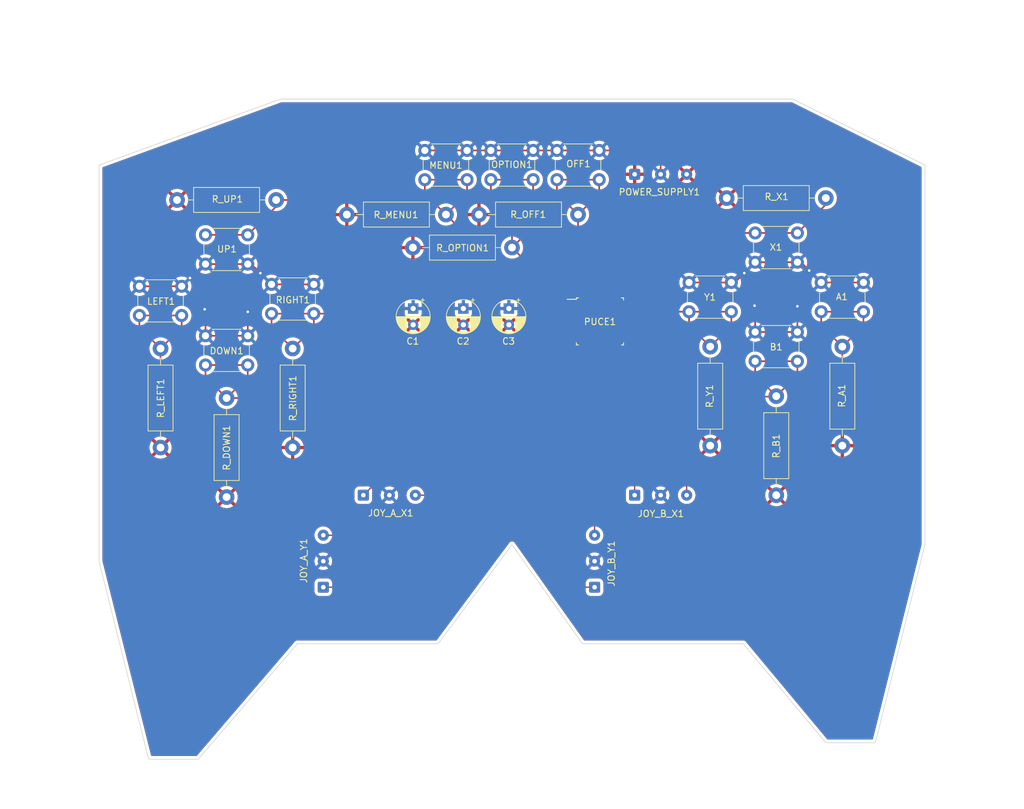
<source format=kicad_pcb>
(kicad_pcb (version 20211014) (generator pcbnew)
  (layers (0 "F.Cu" signal) (31 "B.Cu" signal) (34 "B.Paste" user) (35 "F.Paste" user) (36 "B.SilkS" user "B.Silkscreen") (37 "F.SilkS" user "F.Silkscreen") (38 "B.Mask" user) (39 "F.Mask" user) (44 "Edge.Cuts" user))
  (net 0 "")
  (net 1 "5V")
  (net 2 "A")
  (net 3 "B")
  (net 4 "GND")
  (net 5 "LEFT")
  (net 6 "JOY_A_X-")
  (net 7 "JOY_A_X+")
  (net 8 "JOY_A_Y+")
  (net 9 "JOY_A_Y-")
  (net 10 "JOY_B_X-")
  (net 11 "JOY_B_X+")
  (net 12 "JOY_B_Y+")
  (net 13 "JOY_B_Y-")
  (net 14 "DOWN")
  (net 15 "MENU")
  (net 16 "OFF")
  (net 17 "OPTION")
  (net 18 "X")
  (net 19 "Y")
  (net 20 "UP")
  (net 21 "RIGHT")
  (net 22 "22")
  (net 23 "19")
  (net 24 "8")
  (net 25 "7")
  (net 26 "2")
  (net 27 "1")
  (footprint "Resistor_THT:R_Axial_DIN0411_L9.9mm_D3.6mm_P15.24mm_Horizontal" (layer "F.Cu") (at 103.43 112.05 90)
    (fp_text reference "R_LEFT1" (at 7.58 0.03 90) (layer "F.SilkS"))
    (fp_text value "100k")
    (pad "1" thru_hole circle (at 0 0 90) (size 2.4 2.4) (drill 1.2) (layers *.Cu *.Mask) (net 4 "GND"))
    (pad "2" thru_hole oval (at 15.24 0 90) (size 2.4 2.4) (drill 1.2) (layers *.Cu *.Mask) (net 14 "DOWN"))
  )
  (footprint "Resistor_THT:R_Axial_DIN0411_L9.9mm_D3.6mm_P15.24mm_Horizontal" (layer "F.Cu") (at 208.28 96.52 -90)
    (fp_text reference "R_A1" (at 7.57 0.07 90) (layer "F.SilkS"))
    (fp_text value "100k")
    (pad "1" thru_hole circle (at 0 0 270) (size 2.4 2.4) (drill 1.2) (layers *.Cu *.Mask) (net 2 "A"))
    (pad "2" thru_hole oval (at 15.24 0 270) (size 2.4 2.4) (drill 1.2) (layers *.Cu *.Mask) (net 4 "GND"))
  )
  (footprint "Connector_Wire:SolderWire-0.15sqmm_1x03_P4mm_D0.5mm_OD1.5mm" (layer "F.Cu") (at 128.46 133.54 90)
    (fp_text reference "JOY_A_Y1" (at 4.07 -3.01 270) (layer "F.SilkS"))
    (fp_text value "Conn_01x03_Female" hide)
    (pad "1" thru_hole roundrect (at 0 0 90) (size 1.7 1.7) (drill 0.7) (layers *.Cu *.Mask) (roundrect_rratio 0.147059) (net 8 "JOY_A_Y+"))
    (pad "2" thru_hole circle (at 4 0 90) (size 1.7 1.7) (drill 0.7) (layers *.Cu *.Mask) (net 1 "5V"))
    (pad "3" thru_hole circle (at 8 0 90) (size 1.7 1.7) (drill 0.7) (layers *.Cu *.Mask) (net 9 "JOY_A_Y-"))
  )
  (footprint "Capacitor_THT:CP_Radial_D5.0mm_P2.50mm" (layer "F.Cu") (at 142.28 90.66 -90)
    (fp_text reference "C1" (at 5.03 0.05 180) (layer "F.SilkS"))
    (fp_text value "100p")
    (pad "1" thru_hole rect (at 0 0 270) (size 1.6 1.6) (drill 0.8) (layers *.Cu *.Mask) (net 1 "5V"))
    (pad "2" thru_hole circle (at 2.5 0 270) (size 1.6 1.6) (drill 0.8) (layers *.Cu *.Mask) (net 4 "GND"))
  )
  (footprint "Resistor_THT:R_Axial_DIN0411_L9.9mm_D3.6mm_P15.24mm_Horizontal" (layer "F.Cu") (at 187.96 111.76 90)
    (fp_text reference "R_Y1" (at 7.62 -0.09 90) (layer "F.SilkS"))
    (fp_text value "100k")
    (pad "1" thru_hole circle (at 0 0 90) (size 2.4 2.4) (drill 1.2) (layers *.Cu *.Mask) (net 4 "GND"))
    (pad "2" thru_hole oval (at 15.24 0 90) (size 2.4 2.4) (drill 1.2) (layers *.Cu *.Mask) (net 19 "Y"))
  )
  (footprint "Button_Switch_THT:SW_PUSH_6mm_H9.5mm" (layer "F.Cu") (at 116.84 83.82 180)
    (fp_text reference "UP1" (at 3.19 2.31) (layer "F.SilkS"))
    (fp_text value "SW_Push")
    (pad "1" thru_hole circle (at 0 0 270) (size 2 2) (drill 1.1) (layers *.Cu *.Mask) (net 1 "5V"))
    (pad "1" thru_hole circle (at 6.5 0 270) (size 2 2) (drill 1.1) (layers *.Cu *.Mask) (net 1 "5V"))
    (pad "2" thru_hole circle (at 6.5 4.5 270) (size 2 2) (drill 1.1) (layers *.Cu *.Mask) (net 20 "UP"))
    (pad "2" thru_hole circle (at 0 4.5 270) (size 2 2) (drill 1.1) (layers *.Cu *.Mask) (net 20 "UP"))
  )
  (footprint "Resistor_THT:R_Axial_DIN0411_L9.9mm_D3.6mm_P15.24mm_Horizontal" (layer "F.Cu") (at 190.5 73.66)
    (fp_text reference "R_X1" (at 7.68 -0.21) (layer "F.SilkS"))
    (fp_text value "100k")
    (pad "1" thru_hole circle (at 0 0) (size 2.4 2.4) (drill 1.2) (layers *.Cu *.Mask) (net 4 "GND"))
    (pad "2" thru_hole oval (at 15.24 0) (size 2.4 2.4) (drill 1.2) (layers *.Cu *.Mask) (net 18 "X"))
  )
  (footprint "Connector_Wire:SolderWire-0.15sqmm_1x03_P4mm_D0.5mm_OD1.5mm" (layer "F.Cu") (at 176.34 119.38)
    (fp_text reference "JOY_B_X1" (at 4.04 2.85) (layer "F.SilkS"))
    (fp_text value "Conn_01x03_Female")
    (pad "1" thru_hole roundrect (at 0 0) (size 1.7 1.7) (drill 0.7) (layers *.Cu *.Mask) (roundrect_rratio 0.147059) (net 10 "JOY_B_X-"))
    (pad "2" thru_hole circle (at 4 0) (size 1.7 1.7) (drill 0.7) (layers *.Cu *.Mask) (net 1 "5V"))
    (pad "3" thru_hole circle (at 8 0) (size 1.7 1.7) (drill 0.7) (layers *.Cu *.Mask) (net 11 "JOY_B_X+"))
  )
  (footprint "Resistor_THT:R_Axial_DIN0411_L9.9mm_D3.6mm_P15.24mm_Horizontal" (layer "F.Cu") (at 105.97 73.95)
    (fp_text reference "R_UP1" (at 7.74 -0.12) (layer "F.SilkS"))
    (fp_text value "100k")
    (pad "1" thru_hole circle (at 0 0) (size 2.4 2.4) (drill 1.2) (layers *.Cu *.Mask) (net 4 "GND"))
    (pad "2" thru_hole oval (at 15.24 0) (size 2.4 2.4) (drill 1.2) (layers *.Cu *.Mask) (net 20 "UP"))
  )
  (footprint "Resistor_THT:R_Axial_DIN0411_L9.9mm_D3.6mm_P15.24mm_Horizontal" (layer "F.Cu") (at 147.32 76.2 180)
    (fp_text reference "R_MENU1" (at 7.68 -0.04) (layer "F.SilkS"))
    (fp_text value "100k")
    (pad "1" thru_hole circle (at 0 0 180) (size 2.4 2.4) (drill 1.2) (layers *.Cu *.Mask) (net 15 "MENU"))
    (pad "2" thru_hole oval (at 15.24 0 180) (size 2.4 2.4) (drill 1.2) (layers *.Cu *.Mask) (net 4 "GND"))
  )
  (footprint "Resistor_THT:R_Axial_DIN0411_L9.9mm_D3.6mm_P15.24mm_Horizontal" (layer "F.Cu") (at 198.12 119.38 90)
    (fp_text reference "R_B1" (at 7.56 0 90) (layer "F.SilkS"))
    (fp_text value "100k")
    (pad "1" thru_hole circle (at 0 0 90) (size 2.4 2.4) (drill 1.2) (layers *.Cu *.Mask) (net 4 "GND"))
    (pad "2" thru_hole oval (at 15.24 0 90) (size 2.4 2.4) (drill 1.2) (layers *.Cu *.Mask) (net 3 "B"))
  )
  (footprint "Capacitor_THT:CP_Radial_D5.0mm_P2.50mm" (layer "F.Cu") (at 150 90.66 -90)
    (fp_text reference "C2" (at 5.03 0.05 180) (layer "F.SilkS"))
    (fp_text value "100n")
    (pad "1" thru_hole rect (at 0 0 270) (size 1.6 1.6) (drill 0.8) (layers *.Cu *.Mask) (net 1 "5V"))
    (pad "2" thru_hole circle (at 2.5 0 270) (size 1.6 1.6) (drill 0.8) (layers *.Cu *.Mask) (net 4 "GND"))
  )
  (footprint "Button_Switch_THT:SW_PUSH_6mm_H9.5mm" (layer "F.Cu") (at 106.68 91.73 180)
    (fp_text reference "LEFT1" (at 3.17 2.17) (layer "F.SilkS"))
    (fp_text value "SW_Push")
    (pad "1" thru_hole circle (at 0 0 270) (size 2 2) (drill 1.1) (layers *.Cu *.Mask) (net 14 "DOWN"))
    (pad "1" thru_hole circle (at 6.5 0 270) (size 2 2) (drill 1.1) (layers *.Cu *.Mask) (net 14 "DOWN"))
    (pad "2" thru_hole circle (at 6.5 4.5 270) (size 2 2) (drill 1.1) (layers *.Cu *.Mask) (net 1 "5V"))
    (pad "2" thru_hole circle (at 0 4.5 270) (size 2 2) (drill 1.1) (layers *.Cu *.Mask) (net 1 "5V"))
  )
  (footprint "Button_Switch_THT:SW_PUSH_6mm_H9.5mm" (layer "F.Cu") (at 144.07 66.33)
    (fp_text reference "MENU1" (at 3.24 2.29) (layer "F.SilkS"))
    (fp_text value "SW_Push")
    (pad "1" thru_hole circle (at 0 0 90) (size 2 2) (drill 1.1) (layers *.Cu *.Mask) (net 1 "5V"))
    (pad "1" thru_hole circle (at 6.5 0 90) (size 2 2) (drill 1.1) (layers *.Cu *.Mask) (net 1 "5V"))
    (pad "2" thru_hole circle (at 6.5 4.5 90) (size 2 2) (drill 1.1) (layers *.Cu *.Mask) (net 15 "MENU"))
    (pad "2" thru_hole circle (at 0 4.5 90) (size 2 2) (drill 1.1) (layers *.Cu *.Mask) (net 15 "MENU"))
  )
  (footprint "Button_Switch_THT:SW_PUSH_6mm_H9.5mm" (layer "F.Cu") (at 191.21 91.15 180)
    (fp_text reference "Y1" (at 3.28 2.24) (layer "F.SilkS"))
    (fp_text value "SW_Push")
    (pad "1" thru_hole circle (at 6.5 0 270) (size 2 2) (drill 1.1) (layers *.Cu *.Mask) (net 19 "Y"))
    (pad "1" thru_hole circle (at 0 0 270) (size 2 2) (drill 1.1) (layers *.Cu *.Mask) (net 19 "Y"))
    (pad "2" thru_hole circle (at 6.5 4.5 270) (size 2 2) (drill 1.1) (layers *.Cu *.Mask) (net 1 "5V"))
    (pad "2" thru_hole circle (at 0 4.5 270) (size 2 2) (drill 1.1) (layers *.Cu *.Mask) (net 1 "5V"))
  )
  (footprint "Resistor_THT:R_Axial_DIN0411_L9.9mm_D3.6mm_P15.24mm_Horizontal" (layer "F.Cu") (at 113.59 119.67 90)
    (fp_text reference "R_DOWN1" (at 7.58 0.01 270) (layer "F.SilkS"))
    (fp_text value "100k")
    (pad "1" thru_hole circle (at 0 0 90) (size 2.4 2.4) (drill 1.2) (layers *.Cu *.Mask) (net 4 "GND"))
    (pad "2" thru_hole oval (at 15.24 0 90) (size 2.4 2.4) (drill 1.2) (layers *.Cu *.Mask) (net 5 "LEFT"))
  )
  (footprint "Button_Switch_THT:SW_PUSH_6mm_H9.5mm" (layer "F.Cu") (at 164.39 66.33)
    (fp_text reference "OFF1" (at 3.31 2.07) (layer "F.SilkS"))
    (fp_text value "SW_Push")
    (pad "1" thru_hole circle (at 0 0 90) (size 2 2) (drill 1.1) (layers *.Cu *.Mask) (net 1 "5V"))
    (pad "1" thru_hole circle (at 6.5 0 90) (size 2 2) (drill 1.1) (layers *.Cu *.Mask) (net 1 "5V"))
    (pad "2" thru_hole circle (at 6.5 4.5 90) (size 2 2) (drill 1.1) (layers *.Cu *.Mask) (net 16 "OFF"))
    (pad "2" thru_hole circle (at 0 4.5 90) (size 2 2) (drill 1.1) (layers *.Cu *.Mask) (net 16 "OFF"))
  )
  (footprint "Resistor_THT:R_Axial_DIN0411_L9.9mm_D3.6mm_P15.24mm_Horizontal" (layer "F.Cu") (at 123.75 96.81 -90)
    (fp_text reference "R_RIGHT1" (at 7.66 -0.04 90) (layer "F.SilkS"))
    (fp_text value "100k")
    (pad "1" thru_hole circle (at 0 0 270) (size 2.4 2.4) (drill 1.2) (layers *.Cu *.Mask) (net 21 "RIGHT"))
    (pad "2" thru_hole oval (at 15.24 0 270) (size 2.4 2.4) (drill 1.2) (layers *.Cu *.Mask) (net 4 "GND"))
  )
  (footprint "Resistor_THT:R_Axial_DIN0411_L9.9mm_D3.6mm_P15.24mm_Horizontal" (layer "F.Cu") (at 167.64 76.2 180)
    (fp_text reference "R_OFF1" (at 7.67 0.01) (layer "F.SilkS"))
    (fp_text value "100k")
    (pad "1" thru_hole circle (at 0 0 180) (size 2.4 2.4) (drill 1.2) (layers *.Cu *.Mask) (net 16 "OFF"))
    (pad "2" thru_hole oval (at 15.24 0 180) (size 2.4 2.4) (drill 1.2) (layers *.Cu *.Mask) (net 4 "GND"))
  )
  (footprint "Button_Switch_THT:SW_PUSH_6mm_H9.5mm" (layer "F.Cu") (at 201.37 83.53 180)
    (fp_text reference "X1" (at 3.3 2.3) (layer "F.SilkS"))
    (fp_text value "SW_Push")
    (pad "1" thru_hole circle (at 0 0 270) (size 2 2) (drill 1.1) (layers *.Cu *.Mask) (net 1 "5V"))
    (pad "1" thru_hole circle (at 6.5 0 270) (size 2 2) (drill 1.1) (layers *.Cu *.Mask) (net 1 "5V"))
    (pad "2" thru_hole circle (at 0 4.5 270) (size 2 2) (drill 1.1) (layers *.Cu *.Mask) (net 18 "X"))
    (pad "2" thru_hole circle (at 6.5 4.5 270) (size 2 2) (drill 1.1) (layers *.Cu *.Mask) (net 18 "X"))
  )
  (footprint "Connector_Wire:SolderWire-0.15sqmm_1x03_P4mm_D0.5mm_OD1.5mm" (layer "F.Cu") (at 170.18 133.54 90)
    (fp_text reference "JOY_B_Y1" (at 3.63 2.58 270) (layer "F.SilkS"))
    (fp_text value "Conn_01x03_Female" hide)
    (pad "1" thru_hole roundrect (at 0 0 90) (size 1.7 1.7) (drill 0.7) (layers *.Cu *.Mask) (roundrect_rratio 0.147059) (net 12 "JOY_B_Y+"))
    (pad "2" thru_hole circle (at 4 0 90) (size 1.7 1.7) (drill 0.7) (layers *.Cu *.Mask) (net 1 "5V"))
    (pad "3" thru_hole circle (at 8 0 90) (size 1.7 1.7) (drill 0.7) (layers *.Cu *.Mask) (net 13 "JOY_B_Y-"))
  )
  (footprint "Capacitor_THT:CP_Radial_D5.0mm_P2.50mm" (layer "F.Cu") (at 157 90.66 -90)
    (fp_text reference "C3" (at 5.03 0.05 180) (layer "F.SilkS"))
    (fp_text value "10m")
    (pad "1" thru_hole rect (at 0 0 270) (size 1.6 1.6) (drill 0.8) (layers *.Cu *.Mask) (net 1 "5V"))
    (pad "2" thru_hole circle (at 2.5 0 270) (size 1.6 1.6) (drill 0.8) (layers *.Cu *.Mask) (net 4 "GND"))
  )
  (footprint "Resistor_THT:R_Axial_DIN0411_L9.9mm_D3.6mm_P15.24mm_Horizontal" (layer "F.Cu") (at 157.48 81.28 180)
    (fp_text reference "R_OPTION1" (at 7.59 -0.06) (layer "F.SilkS"))
    (fp_text value "100k")
    (pad "1" thru_hole circle (at 0 0 180) (size 2.4 2.4) (drill 1.2) (layers *.Cu *.Mask) (net 17 "OPTION"))
    (pad "2" thru_hole oval (at 15.24 0 180) (size 2.4 2.4) (drill 1.2) (layers *.Cu *.Mask) (net 4 "GND"))
  )
  (footprint "Button_Switch_THT:SW_PUSH_6mm_H9.5mm" (layer "F.Cu") (at 116.84 99.35 180)
    (fp_text reference "DOWN1" (at 3.24 2.17) (layer "F.SilkS"))
    (fp_text value "SW_Push")
    (pad "1" thru_hole circle (at 6.5 0 270) (size 2 2) (drill 1.1) (layers *.Cu *.Mask) (net 5 "LEFT"))
    (pad "1" thru_hole circle (at 0 0 270) (size 2 2) (drill 1.1) (layers *.Cu *.Mask) (net 5 "LEFT"))
    (pad "2" thru_hole circle (at 0 4.5 270) (size 2 2) (drill 1.1) (layers *.Cu *.Mask) (net 1 "5V"))
    (pad "2" thru_hole circle (at 6.5 4.5 270) (size 2 2) (drill 1.1) (layers *.Cu *.Mask) (net 1 "5V"))
  )
  (footprint "Package_QFP:TQFP-32_7x7mm_P0.8mm" (layer "F.Cu") (at 171.01 92.64)
    (fp_text reference "PUCE1" (at 0.01 0.05) (layer "F.SilkS"))
    (fp_text value "ATmega328P-A")
    (pad "1" smd rect (at -4.25 -2.8) (size 1.6 0.55) (layers "F.Cu" "F.Paste" "F.Mask") (net 27 "1"))
    (pad "2" smd rect (at -4.25 -2) (size 1.6 0.55) (layers "F.Cu" "F.Paste" "F.Mask") (net 26 "2"))
    (pad "3" smd rect (at -4.25 -1.2) (size 1.6 0.55) (layers "F.Cu" "F.Paste" "F.Mask") (net 4 "GND"))
    (pad "4" smd rect (at -4.25 -0.4) (size 1.6 0.55) (layers "F.Cu" "F.Paste" "F.Mask") (net 1 "5V"))
    (pad "5" smd rect (at -4.25 0.4) (size 1.6 0.55) (layers "F.Cu" "F.Paste" "F.Mask") (net 4 "GND"))
    (pad "6" smd rect (at -4.25 1.2) (size 1.6 0.55) (layers "F.Cu" "F.Paste" "F.Mask") (net 1 "5V"))
    (pad "7" smd rect (at -4.25 2) (size 1.6 0.55) (layers "F.Cu" "F.Paste" "F.Mask") (net 25 "7"))
    (pad "8" smd rect (at -4.25 2.8) (size 1.6 0.55) (layers "F.Cu" "F.Paste" "F.Mask") (net 24 "8"))
    (pad "9" smd rect (at -2.8 4.25 90) (size 1.6 0.55) (layers "F.Cu" "F.Paste" "F.Mask") (net 6 "JOY_A_X-"))
    (pad "10" smd rect (at -2 4.25 90) (size 1.6 0.55) (layers "F.Cu" "F.Paste" "F.Mask") (net 7 "JOY_A_X+"))
    (pad "11" smd rect (at -1.2 4.25 90) (size 1.6 0.55) (layers "F.Cu" "F.Paste" "F.Mask") (net 9 "JOY_A_Y-"))
    (pad "12" smd rect (at -0.4 4.25 90) (size 1.6 0.55) (layers "F.Cu" "F.Paste" "F.Mask") (net 8 "JOY_A_Y+"))
    (pad "13" smd rect (at 0.4 4.25 90) (size 1.6 0.55) (layers "F.Cu" "F.Paste" "F.Mask") (net 12 "JOY_B_Y+"))
    (pad "14" smd rect (at 1.2 4.25 90) (size 1.6 0.55) (layers "F.Cu" "F.Paste" "F.Mask") (net 13 "JOY_B_Y-"))
    (pad "15" smd rect (at 2 4.25 90) (size 1.6 0.55) (layers "F.Cu" "F.Paste" "F.Mask") (net 10 "JOY_B_X-"))
    (pad "16" smd rect (at 2.8 4.25 90) (size 1.6 0.55) (layers "F.Cu" "F.Paste" "F.Mask") (net 11 "JOY_B_X+"))
    (pad "17" smd rect (at 4.25 2.8) (size 1.6 0.55) (layers "F.Cu" "F.Paste" "F.Mask") (net 2 "A"))
    (pad "18" smd rect (at 4.25 2) (size 1.6 0.55) (layers "F.Cu" "F.Paste" "F.Mask") (net 1 "5V"))
    (pad "19" smd rect (at 4.25 1.2) (size 1.6 0.55) (layers "F.Cu" "F.Paste" "F.Mask") (net 23 "19"))
    (pad "20" smd rect (at 4.25 0.4) (size 1.6 0.55) (layers "F.Cu" "F.Paste" "F.Mask") (net 4 "GND"))
    (pad "21" smd rect (at 4.25 -0.4) (size 1.6 0.55) (layers "F.Cu" "F.Paste" "F.Mask") (net 4 "GND"))
    (pad "22" smd rect (at 4.25 -1.2) (size 1.6 0.55) (layers "F.Cu" "F.Paste" "F.Mask") (net 22 "22"))
    (pad "23" smd rect (at 4.25 -2) (size 1.6 0.55) (layers "F.Cu" "F.Paste" "F.Mask") (net 3 "B"))
    (pad "24" smd rect (at 4.25 -2.8) (size 1.6 0.55) (layers "F.Cu" "F.Paste" "F.Mask") (net 19 "Y"))
    (pad "25" smd rect (at 2.8 -4.25 90) (size 1.6 0.55) (layers "F.Cu" "F.Paste" "F.Mask") (net 18 "X"))
    (pad "26" smd rect (at 2 -4.25 90) (size 1.6 0.55) (layers "F.Cu" "F.Paste" "F.Mask") (net 16 "OFF"))
    (pad "27" smd rect (at 1.2 -4.25 90) (size 1.6 0.55) (layers "F.Cu" "F.Paste" "F.Mask") (net 17 "OPTION"))
    (pad "28" smd rect (at 0.4 -4.25 90) (size 1.6 0.55) (layers "F.Cu" "F.Paste" "F.Mask") (net 15 "MENU"))
    (pad "29" smd rect (at -0.4 -4.25 90) (size 1.6 0.55) (layers "F.Cu" "F.Paste" "F.Mask") (net 20 "UP"))
    (pad "30" smd rect (at -1.2 -4.25 90) (size 1.6 0.55) (layers "F.Cu" "F.Paste" "F.Mask") (net 21 "RIGHT"))
    (pad "31" smd rect (at -2 -4.25 90) (size 1.6 0.55) (layers "F.Cu" "F.Paste" "F.Mask") (net 5 "LEFT"))
    (pad "32" smd rect (at -2.8 -4.25 90) (size 1.6 0.55) (layers "F.Cu" "F.Paste" "F.Mask") (net 14 "DOWN"))
  )
  (footprint "Button_Switch_THT:SW_PUSH_6mm_H9.5mm" (layer "F.Cu") (at 154.23 66.33)
    (fp_text reference "OPTION1" (at 3.22 2.18) (layer "F.SilkS"))
    (fp_text value "SW_Push")
    (pad "1" thru_hole circle (at 6.5 0 90) (size 2 2) (drill 1.1) (layers *.Cu *.Mask) (net 1 "5V"))
    (pad "1" thru_hole circle (at 0 0 90) (size 2 2) (drill 1.1) (layers *.Cu *.Mask) (net 1 "5V"))
    (pad "2" thru_hole circle (at 6.5 4.5 90) (size 2 2) (drill 1.1) (layers *.Cu *.Mask) (net 17 "OPTION"))
    (pad "2" thru_hole circle (at 0 4.5 90) (size 2 2) (drill 1.1) (layers *.Cu *.Mask) (net 17 "OPTION"))
  )
  (footprint "Button_Switch_THT:SW_PUSH_6mm_H9.5mm" (layer "F.Cu") (at 201.37 98.77 180)
    (fp_text reference "B1" (at 3.25 2.19) (layer "F.SilkS"))
    (fp_text value "SW_Push")
    (pad "1" thru_hole circle (at 0 0 270) (size 2 2) (drill 1.1) (layers *.Cu *.Mask) (net 3 "B"))
    (pad "1" thru_hole circle (at 6.5 0 270) (size 2 2) (drill 1.1) (layers *.Cu *.Mask) (net 3 "B"))
    (pad "2" thru_hole circle (at 0 4.5 270) (size 2 2) (drill 1.1) (layers *.Cu *.Mask) (net 1 "5V"))
    (pad "2" thru_hole circle (at 6.5 4.5 270) (size 2 2) (drill 1.1) (layers *.Cu *.Mask) (net 1 "5V"))
  )
  (footprint "Connector_Wire:SolderWire-0.15sqmm_1x03_P4mm_D0.5mm_OD1.5mm" (layer "F.Cu") (at 134.62 119.38)
    (fp_text reference "JOY_A_X1" (at 4.21 2.75) (layer "F.SilkS"))
    (fp_text value "Conn_01x03_Female" hide)
    (pad "1" thru_hole roundrect (at 0 0) (size 1.7 1.7) (drill 0.7) (layers *.Cu *.Mask) (roundrect_rratio 0.147059) (net 6 "JOY_A_X-"))
    (pad "2" thru_hole circle (at 4 0) (size 1.7 1.7) (drill 0.7) (layers *.Cu *.Mask) (net 1 "5V"))
    (pad "3" thru_hole circle (at 8 0) (size 1.7 1.7) (drill 0.7) (layers *.Cu *.Mask) (net 7 "JOY_A_X+"))
  )
  (footprint "Connector_Wire:SolderWire-0.15sqmm_1x03_P4mm_D0.5mm_OD1.5mm" (layer "F.Cu") (at 176.34 70)
    (fp_text reference "POWER_SUPPLY1" (at 3.81 2.73) (layer "F.SilkS"))
    (fp_text value "Conn_01x03_Female")
    (pad "1" thru_hole roundrect (at 0 0) (size 1.7 1.7) (drill 0.7) (layers *.Cu *.Mask) (roundrect_rratio 0.147059) (net 4 "GND"))
    (pad "2" thru_hole circle (at 4 0) (size 1.7 1.7) (drill 0.7) (layers *.Cu *.Mask) (net 1 "5V"))
    (pad "3" thru_hole circle (at 8 0) (size 1.7 1.7) (drill 0.7) (layers *.Cu *.Mask) (net 4 "GND"))
  )
  (footprint "Button_Switch_THT:SW_PUSH_6mm_H9.5mm" (layer "F.Cu") (at 120.5 86.94)
    (fp_text reference "RIGHT1" (at 3.29 2.4) (layer "F.SilkS"))
    (fp_text value "SW_Push")
    (pad "1" thru_hole circle (at 0 0 90) (size 2 2) (drill 1.1) (layers *.Cu *.Mask) (net 1 "5V"))
    (pad "1" thru_hole circle (at 6.5 0 90) (size 2 2) (drill 1.1) (layers *.Cu *.Mask) (net 1 "5V"))
    (pad "2" thru_hole circle (at 0 4.5 90) (size 2 2) (drill 1.1) (layers *.Cu *.Mask) (net 21 "RIGHT"))
    (pad "2" thru_hole circle (at 6.5 4.5 90) (size 2 2) (drill 1.1) (layers *.Cu *.Mask) (net 21 "RIGHT"))
  )
  (footprint "Button_Switch_THT:SW_PUSH_6mm_H9.5mm" (layer "F.Cu") (at 205.03 86.65)
    (fp_text reference "A1" (at 3.18 2.2) (layer "F.SilkS"))
    (fp_text value "SW_Push")
    (pad "1" thru_hole circle (at 6.5 0 90) (size 2 2) (drill 1.1) (layers *.Cu *.Mask) (net 1 "5V"))
    (pad "1" thru_hole circle (at 0 0 90) (size 2 2) (drill 1.1) (layers *.Cu *.Mask) (net 1 "5V"))
    (pad "2" thru_hole circle (at 6.5 4.5 90) (size 2 2) (drill 1.1) (layers *.Cu *.Mask) (net 2 "A"))
    (pad "2" thru_hole circle (at 0 4.5 90) (size 2 2) (drill 1.1) (layers *.Cu *.Mask) (net 2 "A"))
  )
  (gr_poly (pts (xy 220.98 68.58) (xy 220.98 127) (xy 213.36 157.48) (xy 205.74 157.48) (xy 193.04 142.24) (xy 168.30738 142.24) (xy 157.48 127) (xy 146.124705 142.24) (xy 124.46 142.24) (xy 109.22 160.02) (xy 101.6 160.02) (xy 93.98 129.54) (xy 93.98 68.58) (xy 121.92 58.42) (xy 200.66 58.42)) (layer "Edge.Cuts") (width 0.1) (fill none))
  (segment (start 118.78 85.22) (end 117.38 83.82) (width 0.25) (layer "F.Cu") (net 1))
  (segment (start 106.68 87.23) (end 100.18 87.23) (width 0.25) (layer "F.Cu") (net 1))
  (segment (start 194.87 83.53) (end 193.2 85.2) (width 0.25) (layer "F.Cu") (net 1))
  (segment (start 110.34 90.89) (end 110.225 90.775) (width 0.25) (layer "F.Cu") (net 1))
  (segment (start 157 90.66) (end 157.03 90.69) (width 0.25) (layer "F.Cu") (net 1))
  (segment (start 171.08 93.84) (end 166.76 93.84) (width 0.25) (layer "F.Cu") (net 1))
  (segment (start 194.78 90.22) (end 194.87 90.31) (width 0.25) (layer "F.Cu") (net 1))
  (segment (start 157.03 90.69) (end 160.85 90.69) (width 0.25) (layer "F.Cu") (net 1))
  (segment (start 116.84 83.82) (end 110.34 83.82) (width 0.25) (layer "F.Cu") (net 1))
  (segment (start 160.73 66.33) (end 164.39 66.33) (width 0.25) (layer "F.Cu") (net 1))
  (segment (start 193.2 85.2) (end 191.75 86.65) (width 0.25) (layer "F.Cu") (net 1))
  (segment (start 166.76 93.84) (end 164 93.84) (width 0.25) (layer "F.Cu") (net 1))
  (segment (start 201.37 94.27) (end 194.87 94.27) (width 0.25) (layer "F.Cu") (net 1))
  (segment (start 116.84 94.85) (end 110.34 94.85) (width 0.25) (layer "F.Cu") (net 1))
  (segment (start 205.03 86.65) (end 203.19 84.81) (width 0.25) (layer "F.Cu") (net 1))
  (segment (start 201.37 94.27) (end 201.37 90.31) (width 0.25) (layer "F.Cu") (net 1))
  (segment (start 144.07 66.33) (end 150.57 66.33) (width 0.25) (layer "F.Cu") (net 1))
  (segment (start 116.84 94.85) (end 116.84 91.16) (width 0.25) (layer "F.Cu") (net 1))
  (segment (start 203.19 84.81) (end 201.91 83.53) (width 0.25) (layer "F.Cu") (net 1))
  (segment (start 178.67 66.33) (end 180.34 68) (width 0.25) (layer "F.Cu") (net 1))
  (segment (start 110.34 94.85) (end 110.34 90.89) (width 0.25) (layer "F.Cu") (net 1))
  (segment (start 150.57 66.33) (end 154.23 66.33) (width 0.25) (layer "F.Cu") (net 1))
  (segment (start 154.23 66.33) (end 160.73 66.33) (width 0.25) (layer "F.Cu") (net 1))
  (segment (start 106.68 87.23) (end 107.955 85.955) (width 0.25) (layer "F.Cu") (net 1))
  (segment (start 201.37 90.31) (end 205.03 86.65) (width 0.25) (layer "F.Cu") (net 1))
  (segment (start 201.37 83.53) (end 194.87 83.53) (width 0.25) (layer "F.Cu") (net 1))
  (segment (start 164.39 66.33) (end 170.89 66.33) (width 0.25) (layer "F.Cu") (net 1))
  (segment (start 164 93.84) (end 162.4 92.24) (width 0.25) (layer "F.Cu") (net 1))
  (segment (start 191.21 86.65) (end 184.71 86.65) (width 0.25) (layer "F.Cu") (net 1))
  (segment (start 170.89 66.33) (end 178.67 66.33) (width 0.25) (layer "F.Cu") (net 1))
  (segment (start 191.21 86.65) (end 194.78 90.22) (width 0.25) (layer "F.Cu") (net 1))
  (segment (start 171.88 94.64) (end 171.08 93.84) (width 0.25) (layer "F.Cu") (net 1))
  (segment (start 211.53 86.65) (end 205.03 86.65) (width 0.25) (layer "F.Cu") (net 1))
  (segment (start 110.09 83.82) (end 110.34 83.82) (width 0.25) (layer "F.Cu") (net 1))
  (segment (start 117.38 83.82) (end 116.84 83.82) (width 0.25) (layer "F.Cu") (net 1))
  (segment (start 157 90.66) (end 150 90.66) (width 0.25) (layer "F.Cu") (net 1))
  (segment (start 160.85 90.69) (end 162.4 92.24) (width 0.25) (layer "F.Cu") (net 1))
  (segment (start 180.34 68) (end 180.34 70) (width 0.25) (layer "F.Cu") (net 1))
  (segment (start 191.75 86.65) (end 191.21 86.65) (width 0.25) (layer "F.Cu") (net 1))
  (segment (start 110.225 90.775) (end 106.68 87.23) (width 0.25) (layer "F.Cu") (net 1))
  (segment (start 119.96 86.94) (end 120.5 86.94) (width 0.25) (layer "F.Cu") (net 1))
  (segment (start 107.955 85.955) (end 110.09 83.82) (width 0.25) (layer "F.Cu") (net 1))
  (segment (start 120.5 86.94) (end 118.78 85.22) (width 0.25) (layer "F.Cu") (net 1))
  (segment (start 201.91 83.53) (end 201.37 83.53) (width 0.25) (layer "F.Cu") (net 1))
  (segment (start 142.28 90.66) (end 150 90.66) (width 0.25) (layer "F.Cu") (net 1))
  (segment (start 116.84 90.6) (end 120.5 86.94) (width 0.25) (layer "F.Cu") (net 1))
  (segment (start 166.76 92.24) (end 162.4 92.24) (width 0.25) (layer "F.Cu") (net 1))
  (segment (start 175.26 94.64) (end 171.88 94.64) (width 0.25) (layer "F.Cu") (net 1))
  (segment (start 120.5 86.94) (end 127 86.94) (width 0.25) (layer "F.Cu") (net 1))
  (segment (start 116.84 91.16) (end 116.84 90.6) (width 0.25) (layer "F.Cu") (net 1))
  (segment (start 194.87 90.31) (end 194.87 94.27) (width 0.25) (layer "F.Cu") (net 1))
  (via (at 107.955 85.955) (size 0.8) (drill 0.4) (layers "F.Cu" "B.Cu") (net 1))
  (via (at 194.78 90.22) (size 0.8) (drill 0.4) (layers "F.Cu" "B.Cu") (net 1))
  (via (at 110.225 90.775) (size 0.8) (drill 0.4) (layers "F.Cu" "B.Cu") (net 1))
  (via (at 201.37 90.31) (size 0.8) (drill 0.4) (layers "F.Cu" "B.Cu") (net 1))
  (via (at 203.19 84.81) (size 0.8) (drill 0.4) (layers "F.Cu" "B.Cu") (net 1))
  (via (at 116.84 91.16) (size 0.8) (drill 0.4) (layers "F.Cu" "B.Cu") (net 1))
  (via (at 118.78 85.22) (size 0.8) (drill 0.4) (layers "F.Cu" "B.Cu") (net 1))
  (via (at 193.2 85.2) (size 0.8) (drill 0.4) (layers "F.Cu" "B.Cu") (net 1))
  (segment (start 211.53 93.27) (end 208.28 96.52) (width 0.25) (layer "F.Cu") (net 2))
  (segment (start 192.64 106.58) (end 181.5 95.44) (width 0.25) (layer "F.Cu") (net 2))
  (segment (start 200.24 106.58) (end 192.64 106.58) (width 0.25) (layer "F.Cu") (net 2))
  (segment (start 205.03 93.27) (end 208.28 96.52) (width 0.25) (layer "F.Cu") (net 2))
  (segment (start 211.53 91.15) (end 205.03 91.15) (width 0.25) (layer "F.Cu") (net 2))
  (segment (start 181.5 95.44) (end 175.26 95.44) (width 0.25) (layer "F.Cu") (net 2))
  (segment (start 208.28 96.52) (end 208.28 98.54) (width 0.25) (layer "F.Cu") (net 2))
  (segment (start 211.53 91.15) (end 211.53 93.27) (width 0.25) (layer "F.Cu") (net 2))
  (segment (start 208.28 98.54) (end 200.24 106.58) (width 0.25) (layer "F.Cu") (net 2))
  (segment (start 205.03 91.15) (end 205.03 93.27) (width 0.25) (layer "F.Cu") (net 2))
  (segment (start 194.87 98.77) (end 194.87 100.89) (width 0.25) (layer "F.Cu") (net 3))
  (segment (start 198.12 104.14) (end 198.05 104.21) (width 0.25) (layer "F.Cu") (net 3))
  (segment (start 201.37 98.77) (end 194.87 98.77) (width 0.25) (layer "F.Cu") (net 3))
  (segment (start 194.87 100.89) (end 198.12 104.14) (width 0.25) (layer "F.Cu") (net 3))
  (segment (start 191.91 104.21) (end 178.34 90.64) (width 0.25) (layer "F.Cu") (net 3))
  (segment (start 178.34 90.64) (end 175.26 90.64) (width 0.25) (layer "F.Cu") (net 3))
  (segment (start 201.37 100.89) (end 198.12 104.14) (width 0.25) (layer "F.Cu") (net 3))
  (segment (start 201.37 98.77) (end 201.37 100.89) (width 0.25) (layer "F.Cu") (net 3))
  (segment (start 198.05 104.21) (end 191.91 104.21) (width 0.25) (layer "F.Cu") (net 3))
  (segment (start 169.01 87.34) (end 168.75 87.08) (width 0.25) (layer "F.Cu") (net 5))
  (segment (start 110.34 99.35) (end 110.34 101.18) (width 0.25) (layer "F.Cu") (net 5))
  (segment (start 119.22 104.43) (end 113.59 104.43) (width 0.25) (layer "F.Cu") (net 5))
  (segment (start 134.99 87.08) (end 126.28 95.79) (width 0.25) (layer "F.Cu") (net 5))
  (segment (start 126.28 97.37) (end 119.22 104.43) (width 0.25) (layer "F.Cu") (net 5))
  (segment (start 110.34 99.35) (end 116.84 99.35) (width 0.25) (layer "F.Cu") (net 5))
  (segment (start 110.34 101.18) (end 113.59 104.43) (width 0.25) (layer "F.Cu") (net 5))
  (segment (start 116.84 99.35) (end 116.84 101.18) (width 0.25) (layer "F.Cu") (net 5))
  (segment (start 168.75 87.08) (end 134.99 87.08) (width 0.25) (layer "F.Cu") (net 5))
  (segment (start 116.84 101.18) (end 113.59 104.43) (width 0.25) (layer "F.Cu") (net 5))
  (segment (start 126.28 95.79) (end 126.28 97.37) (width 0.25) (layer "F.Cu") (net 5))
  (segment (start 169.01 88.39) (end 169.01 87.34) (width 0.25) (layer "F.Cu") (net 5))
  (segment (start 153 103.18) (end 155.88 100.3) (width 0.2) (layer "F.Cu") (net 6))
  (segment (start 153 112) (end 153 103.18) (width 0.2) (layer "F.Cu") (net 6))
  (segment (start 138 116) (end 149 116) (width 0.2) (layer "F.Cu") (net 6))
  (segment (start 134.62 119.38) (end 138 116) (width 0.2) (layer "F.Cu") (net 6))
  (segment (start 168.21 98.81) (end 168.21 96.89) (width 0.2) (layer "F.Cu") (net 6))
  (segment (start 149 116) (end 153 112) (width 0.2) (layer "F.Cu") (net 6))
  (segment (start 155.88 100.3) (end 166.72 100.3) (width 0.2) (layer "F.Cu") (net 6))
  (segment (start 166.72 100.3) (end 168.21 98.81) (width 0.2) (layer "F.Cu") (net 6))
  (segment (start 166.94 101.18) (end 156.23 101.18) (width 0.2) (layer "F.Cu") (net 7))
  (segment (start 156.23 101.18) (end 154 103.41) (width 0.2) (layer "F.Cu") (net 7))
  (segment (start 154 103.41) (end 154 113) (width 0.2) (layer "F.Cu") (net 7))
  (segment (start 147.62 119.38) (end 142.62 119.38) (width 0.2) (layer "F.Cu") (net 7))
  (segment (start 154 113) (end 147.62 119.38) (width 0.2) (layer "F.Cu") (net 7))
  (segment (start 169.01 96.89) (end 169.01 99.11) (width 0.2) (layer "F.Cu") (net 7))
  (segment (start 169.01 99.11) (end 166.94 101.18) (width 0.2) (layer "F.Cu") (net 7))
  (segment (start 156 104.04) (end 156 104.02) (width 0.2) (layer "F.Cu") (net 8))
  (segment (start 170.61 96.89) (end 170.61 99.95) (width 0.2) (layer "F.Cu") (net 8))
  (segment (start 167.61 102.95) (end 157.03 102.95) (width 0.2) (layer "F.Cu") (net 8))
  (segment (start 156 103.98) (end 156 104.04) (width 0.2) (layer "F.Cu") (net 8))
  (segment (start 170.61 99.95) (end 167.61 102.95) (width 0.2) (layer "F.Cu") (net 8))
  (segment (start 157.03 102.95) (end 156 103.98) (width 0.2) (layer "F.Cu") (net 8))
  (segment (start 137.46 133.54) (end 156 115) (width 0.2) (layer "F.Cu") (net 8))
  (segment (start 156 115) (end 156 104.04) (width 0.2) (layer "F.Cu") (net 8))
  (segment (start 128.46 133.54) (end 137.46 133.54) (width 0.2) (layer "F.Cu") (net 8))
  (segment (start 155 114) (end 155 103.66) (width 0.2) (layer "F.Cu") (net 9))
  (segment (start 169.81 99.54) (end 169.81 96.89) (width 0.2) (layer "F.Cu") (net 9))
  (segment (start 155 103.66) (end 156.64 102.02) (width 0.2) (layer "F.Cu") (net 9))
  (segment (start 156.64 102.02) (end 167.33 102.02) (width 0.2) (layer "F.Cu") (net 9))
  (segment (start 167.33 102.02) (end 169.81 99.54) (width 0.2) (layer "F.Cu") (net 9))
  (segment (start 128.46 125.54) (end 143.46 125.54) (width 0.2) (layer "F.Cu") (net 9))
  (segment (start 143.46 125.54) (end 155 114) (width 0.2) (layer "F.Cu") (net 9))
  (segment (start 176.34 119.38) (end 176.34 115.66) (width 0.2) (layer "F.Cu") (net 10))
  (segment (start 176.34 115.66) (end 173.01 112.33) (width 0.2) (layer "F.Cu") (net 10))
  (segment (start 173.01 112.33) (end 173.01 96.89) (width 0.2) (layer "F.Cu") (net 10))
  (segment (start 184.34 116.34) (end 182 114) (width 0.2) (layer "F.Cu") (net 11))
  (segment (start 182 114) (end 175.8 114) (width 0.2) (layer "F.Cu") (net 11))
  (segment (start 173.81 112.01) (end 173.81 96.89) (width 0.2) (layer "F.Cu") (net 11))
  (segment (start 175.8 114) (end 173.81 112.01) (width 0.2) (layer "F.Cu") (net 11))
  (segment (start 184.34 119.38) (end 184.34 116.34) (width 0.2) (layer "F.Cu") (net 11))
  (segment (start 169 122) (end 169 114.62) (width 0.2) (layer "F.Cu") (net 12))
  (segment (start 169 114.62) (end 171.41 112.21) (width 0.2) (layer "F.Cu") (net 12))
  (segment (start 171.41 112.21) (end 171.41 96.89) (width 0.2) (layer "F.Cu") (net 12))
  (segment (start 168.54 133.54) (end 167 132) (width 0.2) (layer "F.Cu") (net 12))
  (segment (start 167 132) (end 167 124) (width 0.2) (layer "F.Cu") (net 12))
  (segment (start 167 124) (end 169 122) (width 0.2) (layer "F.Cu") (net 12))
  (segment (start 170.18 133.54) (end 168.54 133.54) (width 0.2) (layer "F.Cu") (net 12))
  (segment (start 170.18 125.54) (end 170.18 114.41) (width 0.2) (layer "F.Cu") (net 13))
  (segment (start 170.18 114.41) (end 172.21 112.38) (width 0.2) (layer "F.Cu") (net 13))
  (segment (start 172.21 112.38) (end 172.21 96.89) (width 0.2) (layer "F.Cu") (net 13))
  (segment (start 127.35 97.84) (end 117.89 107.3) (width 0.25) (layer "F.Cu") (net 14))
  (segment (start 106.68 93.56) (end 103.43 96.81) (width 0.25) (layer "F.Cu") (net 14))
  (segment (start 138.37 88.1) (end 138.67 88.1) (width 0.25) (layer "F.Cu") (net 14))
  (segment (start 106.68 91.73) (end 106.68 93.56) (width 0.25) (layer "F.Cu") (net 14))
  (segment (start 168.05 88.39) (end 168.21 88.39) (width 0.25) (layer "F.Cu") (net 14))
  (segment (start 100.18 91.73) (end 106.68 91.73) (width 0.25) (layer "F.Cu") (net 14))
  (segment (start 117.89 107.3) (end 104.3 107.3) (width 0.25) (layer "F.Cu") (net 14))
  (segment (start 138.37 88.1) (end 167.76 88.1) (width 0.25) (layer "F.Cu") (net 14))
  (segment (start 138.37 88.1) (end 135.57 88.1) (width 0.25) (layer "F.Cu") (net 14))
  (segment (start 100.18 91.73) (end 100.18 93.56) (width 0.25) (layer "F.Cu") (net 14))
  (segment (start 100.18 93.56) (end 103.43 96.81) (width 0.25) (layer "F.Cu") (net 14))
  (segment (start 167.76 88.1) (end 168.05 88.39) (width 0.25) (layer "F.Cu") (net 14))
  (segment (start 127.35 96.32) (end 127.35 97.84) (width 0.25) (layer "F.Cu") (net 14))
  (segment (start 104.3 107.3) (end 103.43 106.43) (width 0.25) (layer "F.Cu") (net 14))
  (segment (start 135.57 88.1) (end 127.35 96.32) (width 0.25) (layer "F.Cu") (net 14))
  (segment (start 103.43 106.43) (end 103.43 96.81) (width 0.25) (layer "F.Cu") (net 14))
  (segment (start 144.07 70.83) (end 144.07 72.95) (width 0.25) (layer "F.Cu") (net 15))
  (segment (start 171.41 88.39) (end 171.41 85.52) (width 0.25) (layer "F.Cu") (net 15))
  (segment (start 150.57 70.83) (end 150.57 72.95) (width 0.25) (layer "F.Cu") (net 15))
  (segment (start 155.12 84) (end 147.32 76.2) (width 0.25) (layer "F.Cu") (net 15))
  (segment (start 169.89 84) (end 155.12 84) (width 0.25) (layer "F.Cu") (net 15))
  (segment (start 171.41 85.52) (end 169.89 84) (width 0.25) (layer "F.Cu") (net 15))
  (segment (start 144.07 72.95) (end 147.32 76.2) (width 0.25) (layer "F.Cu") (net 15))
  (segment (start 150.57 72.95) (end 147.32 76.2) (width 0.25) (layer "F.Cu") (net 15))
  (segment (start 144.07 70.83) (end 150.57 70.83) (width 0.25) (layer "F.Cu") (net 15))
  (segment (start 170.89 72.95) (end 167.64 76.2) (width 0.25) (layer "F.Cu") (net 16))
  (segment (start 164.39 70.83) (end 170.89 70.83) (width 0.25) (layer "F.Cu") (net 16))
  (segment (start 173.01 84.77) (end 173.01 88.39) (width 0.25) (layer "F.Cu") (net 16))
  (segment (start 170.89 70.83) (end 170.89 72.95) (width 0.25) (layer "F.Cu") (net 16))
  (segment (start 167.64 79.4) (end 173.01 84.77) (width 0.25) (layer "F.Cu") (net 16))
  (segment (start 164.39 72.95) (end 167.64 76.2) (width 0.25) (layer "F.Cu") (net 16))
  (segment (start 164.39 70.83) (end 164.39 72.95) (width 0.25) (layer "F.Cu") (net 16))
  (segment (start 167.64 76.2) (end 167.64 79.4) (width 0.25) (layer "F.Cu") (net 16))
  (segment (start 172.21 85.21) (end 172.21 88.39) (width 0.25) (layer "F.Cu") (net 17))
  (segment (start 169.98 82.98) (end 172.21 85.21) (width 0.25) (layer "F.Cu") (net 17))
  (segment (start 157.48 76.48) (end 157.48 81.28) (width 0.25) (layer "F.Cu") (net 17))
  (segment (start 154.23 70.83) (end 160.73 70.83) (width 0.25) (layer "F.Cu") (net 17))
  (segment (start 159.19 82.99) (end 167.01 82.99) (width 0.25) (layer "F.Cu") (net 17))
  (segment (start 167.02 82.98) (end 169.98 82.98) (width 0.25) (layer "F.Cu") (net 17))
  (segment (start 157.48 81.28) (end 159.19 82.99) (width 0.25) (layer "F.Cu") (net 17))
  (segment (start 160.73 70.83) (end 160.73 78.03) (width 0.25) (layer "F.Cu") (net 17))
  (segment (start 167.01 82.99) (end 167.02 82.98) (width 0.25) (layer "F.Cu") (net 17))
  (segment (start 154.23 73.23) (end 157.48 76.48) (width 0.25) (layer "F.Cu") (net 17))
  (segment (start 160.73 78.03) (end 157.48 81.28) (width 0.25) (layer "F.Cu") (net 17))
  (segment (start 154.23 70.83) (end 154.23 73.23) (width 0.25) (layer "F.Cu") (net 17))
  (segment (start 173.81 80.08) (end 173.81 88.39) (width 0.25) (layer "F.Cu") (net 18))
  (segment (start 194.87 79.03) (end 201.37 79.03) (width 0.25) (layer "F.Cu") (net 18))
  (segment (start 194.87 79.03) (end 174.86 79.03) (width 0.25) (layer "F.Cu") (net 18))
  (segment (start 201.37 79.03) (end 205.74 74.66) (width 0.25) (layer "F.Cu") (net 18))
  (segment (start 174.86 79.03) (end 173.81 80.08) (width 0.25) (layer "F.Cu") (net 18))
  (segment (start 205.74 74.66) (end 205.74 73.66) (width 0.25) (layer "F.Cu") (net 18))
  (segment (start 180.65 91.15) (end 184.71 91.15) (width 0.25) (layer "F.Cu") (net 19))
  (segment (start 184.71 91.15) (end 191.21 91.15) (width 0.25) (layer "F.Cu") (net 19))
  (segment (start 184.71 93.27) (end 187.96 96.52) (width 0.25) (layer "F.Cu") (net 19))
  (segment (start 175.26 89.84) (end 179.24 89.84) (width 0.25) (layer "F.Cu") (net 19))
  (segment (start 179.24 89.84) (end 180.6 91.2) (width 0.25) (layer "F.Cu") (net 19))
  (segment (start 191.21 91.15) (end 191.21 93.27) (width 0.25) (layer "F.Cu") (net 19))
  (segment (start 180.6 91.2) (end 180.65 91.15) (width 0.25) (layer "F.Cu") (net 19))
  (segment (start 191.21 93.27) (end 187.96 96.52) (width 0.25) (layer "F.Cu") (net 19))
  (segment (start 184.71 91.15) (end 184.71 93.27) (width 0.25) (layer "F.Cu") (net 19))
  (segment (start 170.61 85.86) (end 170.61 88.39) (width 0.25) (layer "F.Cu") (net 20))
  (segment (start 121.21 73.95) (end 126.95 73.95) (width 0.25) (layer "F.Cu") (net 20))
  (segment (start 116.84 79.32) (end 121.21 74.95) (width 0.25) (layer "F.Cu") (net 20))
  (segment (start 116.84 79.32) (end 110.34 79.32) (width 0.25) (layer "F.Cu") (net 20))
  (segment (start 169.71 84.96) (end 170.61 85.86) (width 0.25) (layer "F.Cu") (net 20))
  (segment (start 129 76) (end 129 83.13) (width 0.25) (layer "F.Cu") (net 20))
  (segment (start 129 83.13) (end 130.83 84.96) (width 0.25) (layer "F.Cu") (net 20))
  (segment (start 121.21 74.95) (end 121.21 73.95) (width 0.25) (layer "F.Cu") (net 20))
  (segment (start 126.95 73.95) (end 129 76) (width 0.25) (layer "F.Cu") (net 20))
  (segment (start 130.83 84.96) (end 169.71 84.96) (width 0.25) (layer "F.Cu") (net 20))
  (segment (start 134.16 86.03) (end 128.75 91.44) (width 0.25) (layer "F.Cu") (net 21))
  (segment (start 127 91.44) (end 127 93.56) (width 0.25) (layer "F.Cu") (net 21))
  (segment (start 128.75 91.44) (end 127 91.44) (width 0.25) (layer "F.Cu") (net 21))
  (segment (start 120.5 91.44) (end 120.5 93.56) (width 0.25) (layer "F.Cu") (net 21))
  (segment (start 127 93.56) (end 123.75 96.81) (width 0.25) (layer "F.Cu") (net 21))
  (segment (start 169.06 86.03) (end 134.16 86.03) (width 0.25) (layer "F.Cu") (net 21))
  (segment (start 169.81 86.78) (end 169.06 86.03) (width 0.25) (layer "F.Cu") (net 21))
  (segment (start 120.5 93.56) (end 123.75 96.81) (width 0.25) (layer "F.Cu") (net 21))
  (segment (start 169.81 88.39) (end 169.81 86.78) (width 0.25) (layer "F.Cu") (net 21))
  (segment (start 120.5 91.44) (end 127 91.44) (width 0.25) (layer "F.Cu") (net 21))
  (zone (net 1) (net_name "5V") (layer "F.Cu") (name "5V upper") (connect_pads (clearance 0.508)) (min_thickness 0.254) (fill yes (thermal_gap 0.508) (thermal_bridge_width 0.508))
    (polygon (pts (xy 120.51 86.92) (xy 116.86 90.67) (xy 116.67 94.84) (xy 110.4 94.86) (xy 110.26 90.87) (xy 106.75 87.21) (xy 110.28 83.75) (xy 117.01 83.83)))
  )
  (zone (net 4) (net_name "GND") (layer "F.Cu") (connect_pads (clearance 0.508)) (min_thickness 0.254) (fill yes (thermal_gap 0.508) (thermal_bridge_width 0.508))
    (polygon (pts (xy 233.68 48.26) (xy 236.22 162.56) (xy 88.9 167.64) (xy 78.74 43.18)))
  )
  (zone (net 1) (net_name "5V") (layer "F.Cu") (name "5V upper") (connect_pads (clearance 0.508)) (min_thickness 0.254) (fill yes (thermal_gap 0.508) (thermal_bridge_width 0.508))
    (polygon (pts (xy 205.07 86.62) (xy 201.36 90.35) (xy 201.44 94.3) (xy 194.86 94.3) (xy 194.86 90.25) (xy 191.57 86.91) (xy 194.93 83.58) (xy 201.65 83.5)))
  )
  (zone (net 1) (net_name "5V") (layer "B.Cu") (connect_pads (clearance 0.508)) (min_thickness 0.254) (fill yes (thermal_gap 0.508) (thermal_bridge_width 0.508))
    (polygon (pts (xy 233.68 48.26) (xy 236.22 162.56) (xy 88.9 167.64) (xy 78.74 43.18)))
  )
)
</source>
